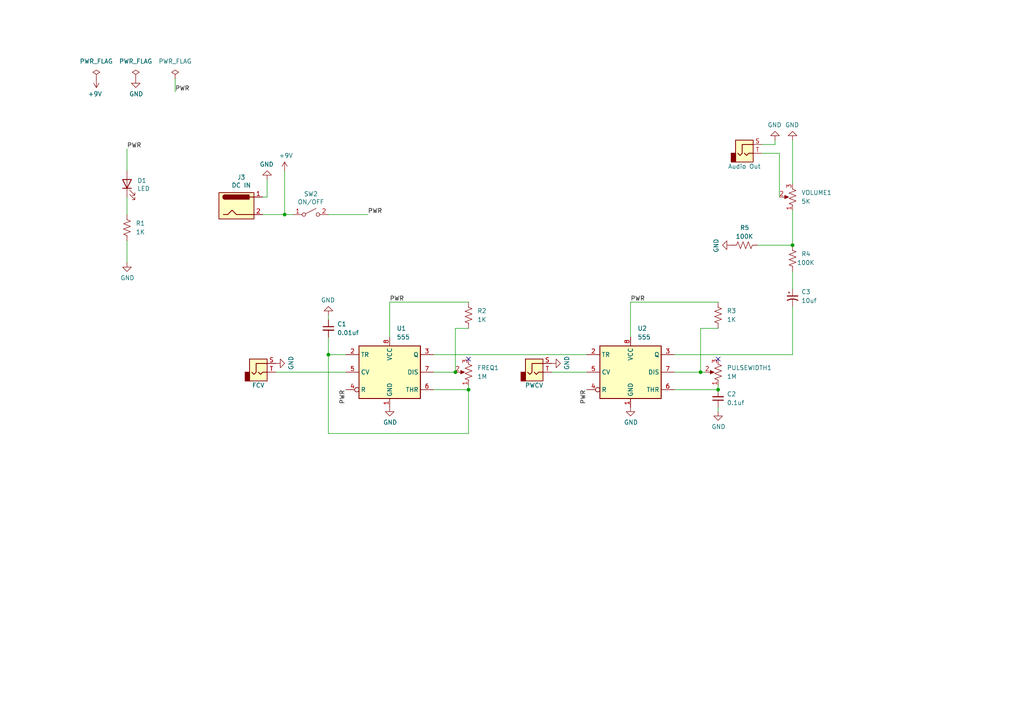
<source format=kicad_sch>
(kicad_sch (version 20211123) (generator eeschema)
  (paper "A4")
  (title_block (title "STP-1000"))
  (lib_symbols
    (symbol "Connector:AudioJack2"
      (property "Reference" "J" (at 0 8.89 0))
      (property "Value" "AudioJack2" (at 0 6.35 0))
      (symbol "AudioJack2_0_1"
        (rectangle (start -3.81 0) (end -2.54 -2.54) (stroke (width 0.254)) (fill (type outline)))
        (rectangle (start -2.54 3.81) (end 2.54 -2.54) (stroke (width 0.254)) (fill (type background)))
        (polyline (pts (xy 0 0) (xy 0.635 -0.635) (xy 1.27 0) (xy 2.54 0)) (stroke (width 0.254)))
        (polyline (pts (xy 2.54 2.54) (xy -0.635 2.54) (xy -0.635 0) (xy -1.27 -0.635) (xy -1.905 0)) (stroke (width 0.254)))
      )
      (symbol "AudioJack2_1_1"
        (pin passive line (at 5.08 2.54 180) (length 2.54) (name "~") (number "S"))
        (pin passive line (at 5.08 0 180) (length 2.54) (name "~") (number "T"))
      )
    )
    (symbol "Connector:Jack-DC" (pin_names (offset 1.016))
      (property "Reference" "J" (at 0 5.334 0))
      (property "Value" "Jack-DC" (at 0 -5.08 0))
      (symbol "Jack-DC_0_1"
        (rectangle (start -5.08 3.81) (end 5.08 -3.81) (stroke (width 0.254)) (fill (type background)))
        (arc (start -3.302 3.175) (mid -3.937 2.54) (end -3.302 1.905) (stroke (width 0.254)))
        (arc (start -3.302 3.175) (mid -3.937 2.54) (end -3.302 1.905) (stroke (width 0.254)) (fill (type outline)))
        (polyline (pts (xy 5.08 2.54) (xy 3.81 2.54)) (stroke (width 0.254)))
        (polyline (pts (xy -3.81 -2.54) (xy -2.54 -2.54) (xy -1.27 -1.27) (xy 0 -2.54) (xy 2.54 -2.54) (xy 5.08 -2.54)) (stroke (width 0.254)))
        (rectangle (start 3.683 3.175) (end -3.302 1.905) (stroke (width 0.254)) (fill (type outline)))
      )
      (symbol "Jack-DC_1_1"
        (pin passive line (at 7.62 2.54 180) (length 2.54) (name "~") (number "1"))
        (pin passive line (at 7.62 -2.54 180) (length 2.54) (name "~") (number "2"))
      )
    )
    (symbol "Device:C_Polarized_Small_US" (pin_numbers hide) (pin_names (offset 0.254) hide)
      (property "Reference" "C" (at 0.254 1.778 0))
      (property "Value" "C_Polarized_Small_US" (at 0.254 -2.032 0))
      (symbol "C_Polarized_Small_US_0_1"
        (polyline (pts (xy -1.524 0.508) (xy 1.524 0.508)) (stroke (width 0.3048)))
        (polyline (pts (xy -1.27 1.524) (xy -0.762 1.524)))
        (polyline (pts (xy -1.016 1.27) (xy -1.016 1.778)))
        (arc (start 1.524 -0.762) (mid 0 -0.3734) (end -1.524 -0.762) (stroke (width 0.3048)))
      )
      (symbol "C_Polarized_Small_US_1_1"
        (pin passive line (at 0 2.54 270) (length 2.032) (name "~") (number "1"))
        (pin passive line (at 0 -2.54 90) (length 2.032) (name "~") (number "2"))
      )
    )
    (symbol "Device:C_Small" (pin_numbers hide) (pin_names (offset 0.254) hide)
      (property "Reference" "C" (at 0.254 1.778 0))
      (property "Value" "C_Small" (at 0.254 -2.032 0))
      (symbol "C_Small_0_1"
        (polyline (pts (xy -1.524 -0.508) (xy 1.524 -0.508)) (stroke (width 0.3302)))
        (polyline (pts (xy -1.524 0.508) (xy 1.524 0.508)) (stroke (width 0.3048)))
      )
      (symbol "C_Small_1_1"
        (pin passive line (at 0 2.54 270) (length 2.032) (name "~") (number "1"))
        (pin passive line (at 0 -2.54 90) (length 2.032) (name "~") (number "2"))
      )
    )
    (symbol "Device:LED" (pin_numbers hide) (pin_names (offset 1.016) hide)
      (property "Reference" "D" (at 0 2.54 0))
      (property "Value" "LED" (at 0 -2.54 0))
      (symbol "LED_0_1"
        (polyline (pts (xy -1.27 -1.27) (xy -1.27 1.27)) (stroke (width 0.254)))
        (polyline (pts (xy -1.27 0) (xy 1.27 0)))
        (polyline (pts (xy 1.27 -1.27) (xy 1.27 1.27) (xy -1.27 0) (xy 1.27 -1.27)) (stroke (width 0.254)))
        (polyline (pts (xy -3.048 -0.762) (xy -4.572 -2.286) (xy -3.81 -2.286) (xy -4.572 -2.286) (xy -4.572 -1.524)))
        (polyline (pts (xy -1.778 -0.762) (xy -3.302 -2.286) (xy -2.54 -2.286) (xy -3.302 -2.286) (xy -3.302 -1.524)))
      )
      (symbol "LED_1_1"
        (pin passive line (at -3.81 0 0) (length 2.54) (name "K") (number "1"))
        (pin passive line (at 3.81 0 180) (length 2.54) (name "A") (number "2"))
      )
    )
    (symbol "Device:R_Potentiometer_US" (pin_names (offset 1.016) hide)
      (property "Reference" "RV" (at -4.445 0 90))
      (property "Value" "R_Potentiometer_US" (at -2.54 0 90))
      (symbol "R_Potentiometer_US_0_1"
        (polyline (pts (xy 0 -2.286) (xy 0 -2.54)))
        (polyline (pts (xy 0 2.54) (xy 0 2.286)))
        (polyline (pts (xy 2.54 0) (xy 1.524 0)))
        (polyline (pts (xy 1.143 0) (xy 2.286 0.508) (xy 2.286 -0.508) (xy 1.143 0)) (fill (type outline)))
        (polyline (pts (xy 0 -0.762) (xy 1.016 -1.143) (xy 0 -1.524) (xy -1.016 -1.905) (xy 0 -2.286)))
        (polyline (pts (xy 0 0.762) (xy 1.016 0.381) (xy 0 0) (xy -1.016 -0.381) (xy 0 -0.762)))
        (polyline (pts (xy 0 2.286) (xy 1.016 1.905) (xy 0 1.524) (xy -1.016 1.143) (xy 0 0.762)))
      )
      (symbol "R_Potentiometer_US_1_1"
        (pin passive line (at 0 3.81 270) (length 1.27) (name "1") (number "1"))
        (pin passive line (at 3.81 0 180) (length 1.27) (name "2") (number "2"))
        (pin passive line (at 0 -3.81 90) (length 1.27) (name "3") (number "3"))
      )
    )
    (symbol "Device:R_US" (pin_numbers hide) (pin_names (offset 0))
      (property "Reference" "R" (at 2.54 0 90))
      (property "Value" "R_US" (at -2.54 0 90))
      (symbol "R_US_0_1"
        (polyline (pts (xy 0 -2.286) (xy 0 -2.54)))
        (polyline (pts (xy 0 2.286) (xy 0 2.54)))
        (polyline (pts (xy 0 -0.762) (xy 1.016 -1.143) (xy 0 -1.524) (xy -1.016 -1.905) (xy 0 -2.286)))
        (polyline (pts (xy 0 0.762) (xy 1.016 0.381) (xy 0 0) (xy -1.016 -0.381) (xy 0 -0.762)))
        (polyline (pts (xy 0 2.286) (xy 1.016 1.905) (xy 0 1.524) (xy -1.016 1.143) (xy 0 0.762)))
      )
      (symbol "R_US_1_1"
        (pin passive line (at 0 3.81 270) (length 1.27) (name "~") (number "1"))
        (pin passive line (at 0 -3.81 90) (length 1.27) (name "~") (number "2"))
      )
    )
    (symbol "Switch:SW_SPST" (pin_names (offset 0) hide)
      (property "Reference" "SW" (at 0 3.175 0))
      (property "Value" "SW_SPST" (at 0 -2.54 0))
      (symbol "SW_SPST_0_0"
        (circle (center -2.032 0) (radius 0.508))
        (polyline (pts (xy -1.524 0.254) (xy 1.524 1.778)))
        (circle (center 2.032 0) (radius 0.508))
      )
      (symbol "SW_SPST_1_1"
        (pin passive line (at -5.08 0 0) (length 2.54) (name "A") (number "1"))
        (pin passive line (at 5.08 0 180) (length 2.54) (name "B") (number "2"))
      )
    )
    (symbol "Timer:LM555xM"
      (property "Reference" "U" (at -10.16 8.89 0))
      (property "Value" "LM555xM" (at 2.54 8.89 0))
      (symbol "LM555xM_0_0"
        (pin power_in line (at 0 -10.16 90) (length 2.54) (name "GND") (number "1"))
        (pin power_in line (at 0 10.16 270) (length 2.54) (name "VCC") (number "8"))
      )
      (symbol "LM555xM_0_1"
        (rectangle (start -8.89 -7.62) (end 8.89 7.62) (stroke (width 0.254)) (fill (type background)))
        (rectangle (start -8.89 -7.62) (end 8.89 7.62) (stroke (width 0.254)) (fill (type background)))
      )
      (symbol "LM555xM_1_1"
        (pin input line (at -12.7 5.08 0) (length 3.81) (name "TR") (number "2"))
        (pin output line (at 12.7 5.08 180) (length 3.81) (name "Q") (number "3"))
        (pin input inverted (at -12.7 -5.08 0) (length 3.81) (name "R") (number "4"))
        (pin input line (at -12.7 0 0) (length 3.81) (name "CV") (number "5"))
        (pin input line (at 12.7 -5.08 180) (length 3.81) (name "THR") (number "6"))
        (pin input line (at 12.7 0 180) (length 3.81) (name "DIS") (number "7"))
      )
    )
    (symbol "power:+9V" (power) (pin_names (offset 0))
      (property "Value" "+9V" (at 0 3.556 0))
      (symbol "+9V_0_1"
        (polyline (pts (xy -0.762 1.27) (xy 0 2.54)))
        (polyline (pts (xy 0 0) (xy 0 2.54)))
        (polyline (pts (xy 0 2.54) (xy 0.762 1.27)))
      )
      (symbol "+9V_1_1"
        (pin power_in line (at 0 0 90) (length 0) hide (name "+9V") (number "1"))
      )
    )
    (symbol "power:GND" (power) (pin_names (offset 0))
      (property "Value" "GND" (at 0 -3.81 0))
      (symbol "GND_0_1"
        (polyline (pts (xy 0 0) (xy 0 -1.27) (xy 1.27 -1.27) (xy 0 -2.54) (xy -1.27 -1.27) (xy 0 -1.27)))
      )
      (symbol "GND_1_1"
        (pin power_in line (at 0 0 270) (length 0) hide (name "GND") (number "1"))
      )
    )
    (symbol "power:PWR_FLAG" (power) (pin_numbers hide) (pin_names (offset 0) hide)
      (property "Value" "PWR_FLAG" (at 0 3.81 0))
      (symbol "PWR_FLAG_0_0"
        (pin power_out line (at 0 0 90) (length 0) (name "pwr") (number "1"))
      )
      (symbol "PWR_FLAG_0_1"
        (polyline (pts (xy 0 0) (xy 0 1.27) (xy -1.016 1.905) (xy 0 2.54) (xy 1.016 1.905) (xy 0 1.27)))
      )
    )
  )
  (junction (at 208.28 113.03))
  (junction (at 229.87 71.12))
  (junction (at 82.55 62.23))
  (junction (at 203.2 107.95))
  (junction (at 132.08 107.95))
  (junction (at 135.89 113.03))
  (junction (at 95.25 102.87))
  (no_connect (at 135.89 104.14))
  (no_connect (at 208.28 104.14))
  (wire (pts (xy 95.25 97.79) (xy 95.25 102.87)))
  (wire (pts (xy 76.2 57.15) (xy 77.47 57.15)))
  (wire (pts (xy 95.25 102.87) (xy 95.25 125.73)))
  (wire (pts (xy 220.98 41.91) (xy 224.79 41.91)))
  (wire (pts (xy 82.55 62.23) (xy 85.09 62.23)))
  (wire (pts (xy 125.73 102.87) (xy 170.18 102.87)))
  (wire (pts (xy 229.87 78.74) (xy 229.87 83.82)))
  (wire (pts (xy 203.2 107.95) (xy 204.47 107.95)))
  (wire (pts (xy 95.25 91.44) (xy 95.25 92.71)))
  (wire (pts (xy 36.83 57.15) (xy 36.83 62.23)))
  (wire (pts (xy 229.87 60.96) (xy 229.87 71.12)))
  (wire (pts (xy 195.58 102.87) (xy 229.87 102.87)))
  (wire (pts (xy 95.25 125.73) (xy 135.89 125.73)))
  (wire (pts (xy 208.28 87.63) (xy 182.88 87.63)))
  (wire (pts (xy 208.28 119.38) (xy 208.28 118.11)))
  (wire (pts (xy 224.79 41.91) (xy 224.79 40.64)))
  (wire (pts (xy 132.08 95.25) (xy 135.89 95.25)))
  (wire (pts (xy 208.28 113.03) (xy 208.28 111.76)))
  (wire (pts (xy 208.28 95.25) (xy 203.2 95.25)))
  (wire (pts (xy 229.87 102.87) (xy 229.87 88.9)))
  (wire (pts (xy 182.88 87.63) (xy 182.88 97.79)))
  (wire (pts (xy 135.89 87.63) (xy 113.03 87.63)))
  (wire (pts (xy 125.73 113.03) (xy 135.89 113.03)))
  (wire (pts (xy 220.98 44.45) (xy 226.06 44.45)))
  (wire (pts (xy 203.2 95.25) (xy 203.2 107.95)))
  (wire (pts (xy 226.06 44.45) (xy 226.06 57.15)))
  (wire (pts (xy 50.8 22.86) (xy 50.8 26.67)))
  (wire (pts (xy 36.83 43.18) (xy 36.83 49.53)))
  (wire (pts (xy 219.71 71.12) (xy 229.87 71.12)))
  (wire (pts (xy 77.47 57.15) (xy 77.47 52.07)))
  (wire (pts (xy 82.55 49.53) (xy 82.55 62.23)))
  (wire (pts (xy 132.08 95.25) (xy 132.08 107.95)))
  (wire (pts (xy 80.01 107.95) (xy 100.33 107.95)))
  (wire (pts (xy 135.89 113.03) (xy 135.89 111.76)))
  (wire (pts (xy 36.83 69.85) (xy 36.83 76.2)))
  (wire (pts (xy 113.03 87.63) (xy 113.03 97.79)))
  (wire (pts (xy 95.25 62.23) (xy 106.68 62.23)))
  (wire (pts (xy 125.73 107.95) (xy 132.08 107.95)))
  (wire (pts (xy 195.58 113.03) (xy 208.28 113.03)))
  (wire (pts (xy 229.87 40.64) (xy 229.87 53.34)))
  (wire (pts (xy 76.2 62.23) (xy 82.55 62.23)))
  (wire (pts (xy 95.25 102.87) (xy 100.33 102.87)))
  (wire (pts (xy 160.02 107.95) (xy 170.18 107.95)))
  (wire (pts (xy 135.89 125.73) (xy 135.89 113.03)))
  (wire (pts (xy 195.58 107.95) (xy 203.2 107.95)))
  (label "PWR" (at 100.33 113.03 270))
  (label "PWR" (at 170.18 113.03 270))
  (label "PWR" (at 182.88 87.63 0))
  (label "PWR" (at 106.68 62.23 0))
  (label "PWR" (at 50.8 26.67 0))
  (label "PWR" (at 36.83 43.18 0))
  (label "PWR" (at 113.03 87.63 0))
  (symbol (lib_id "Device:R_US") (at 36.83 66.04 180) (unit 1)
    (property "Reference" "R1" (at 39.37 64.77 0) (effects (justify right)))
    (property "Value" "1K" (at 39.37 67.31 0) (effects (justify right)))
    (property "Footprint" "Resistor_THT:R_Axial_DIN0207_L6.3mm_D2.5mm_P10.16mm_Horizontal" (effects hide))
  )
  (symbol (lib_id "power:GND") (at 95.25 91.44 180) (unit 1)
    (property "Reference" "#PWR03" (effects hide))
    (property "Value" "GND" (at 95.123 87.0458 0))
  )
  (symbol (lib_id "Device:R_US") (at 208.28 91.44 180) (unit 1)
    (property "Reference" "R3" (at 210.82 90.1699 0) (effects (justify right)))
    (property "Value" "1K" (at 210.82 92.7099 0) (effects (justify right)))
    (property "Footprint" "Resistor_THT:R_Axial_DIN0207_L6.3mm_D2.5mm_P10.16mm_Horizontal" (effects hide))
  )
  (symbol (lib_id "power:GND") (at 80.01 105.41 90) (unit 1)
    (property "Reference" "#PWR02" (effects hide))
    (property "Value" "GND" (at 84.4042 105.283 0))
  )
  (symbol (lib_id "power:PWR_FLAG") (at 39.37 22.86 0) (unit 1)
    (property "Reference" "#FLG0102" (effects hide))
    (property "Value" "PWR_FLAG" (at 39.37 17.78 0))
  )
  (symbol (lib_id "Device:C_Polarized_Small_US") (at 229.87 86.36 0) (unit 1)
    (property "Reference" "C3" (at 232.41 84.6581 0) (effects (justify left)))
    (property "Value" "10uf" (at 232.41 87.1981 0) (effects (justify left)))
    (property "Footprint" "Capacitor_THT:CP_Radial_D5.0mm_P2.50mm" (effects hide))
  )
  (symbol (lib_id "Device:R_US") (at 135.89 91.44 180) (unit 1)
    (property "Reference" "R2" (at 138.43 90.1699 0) (effects (justify right)))
    (property "Value" "1K" (at 138.43 92.7099 0) (effects (justify right)))
    (property "Footprint" "Resistor_THT:R_Axial_DIN0207_L6.3mm_D2.5mm_P10.16mm_Horizontal" (effects hide))
  )
  (symbol (lib_id "power:PWR_FLAG") (at 27.94 22.86 0) (unit 1)
    (property "Reference" "#FLG0101" (effects hide))
    (property "Value" "PWR_FLAG" (at 27.94 17.78 0))
  )
  (symbol (lib_id "power:GND") (at 229.87 40.64 180) (unit 1)
    (property "Reference" "#PWR09" (effects hide))
    (property "Value" "GND" (at 229.743 36.2458 0))
  )
  (symbol (lib_id "Device:LED") (at 36.83 53.34 90) (unit 1)
    (property "Reference" "D1" (at 39.8018 52.3748 90) (effects (justify right)))
    (property "Value" "LED" (at 39.8018 54.6862 90) (effects (justify right)))
    (property "Footprint" "LED_THT:LED_D3.0mm" (effects hide))
  )
  (symbol (lib_id "Connector:Jack-DC") (at 68.58 59.69 0) (unit 1)
    (property "Reference" "J3" (at 69.977 51.435 0))
    (property "Value" "DC IN" (at 69.977 53.7464 0))
    (property "Footprint" "Connector_Wire:SolderWire-0.5sqmm_1x02_P4.6mm_D0.9mm_OD2.1mm" (effects hide))
  )
  (symbol (lib_id "Timer:LM555xM") (at 182.88 107.95 0) (unit 1)
    (property "Reference" "U2" (at 184.8994 95.25 0) (effects (justify left)))
    (property "Value" "555" (at 184.8994 97.79 0) (effects (justify left)))
    (property "Footprint" "Package_DIP:DIP-8_W7.62mm" (effects hide))
    (property "Datasheet" "http://www.ti.com/lit/ds/symlink/lm555.pdf" (effects hide))
  )
  (symbol (lib_id "Device:R_Potentiometer_US") (at 208.28 107.95 180) (unit 1)
    (property "Reference" "PULSEWIDTH1" (at 210.82 106.6799 0) (effects (justify right)))
    (property "Value" "1M" (at 210.82 109.2199 0) (effects (justify right)))
    (property "Footprint" "Connector_Wire:SolderWire-0.5sqmm_1x03_P4.6mm_D0.9mm_OD2.1mm" (effects hide))
  )
  (symbol (lib_id "Device:C_Small") (at 95.25 95.25 0) (unit 1)
    (property "Reference" "C1" (at 97.79 93.9862 0) (effects (justify left)))
    (property "Value" "0.01uf" (at 97.79 96.5262 0) (effects (justify left)))
    (property "Footprint" "Capacitor_THT:C_Disc_D4.3mm_W1.9mm_P5.00mm" (effects hide))
  )
  (symbol (lib_id "power:GND") (at 77.47 52.07 180) (unit 1)
    (property "Reference" "#PWR0101" (effects hide))
    (property "Value" "GND" (at 77.343 47.6758 0))
  )
  (symbol (lib_id "Timer:LM555xM") (at 113.03 107.95 0) (unit 1)
    (property "Reference" "U1" (at 115.0494 95.25 0) (effects (justify left)))
    (property "Value" "555" (at 115.0494 97.79 0) (effects (justify left)))
    (property "Footprint" "Package_DIP:DIP-8_W7.62mm" (effects hide))
    (property "Datasheet" "http://www.ti.com/lit/ds/symlink/lm555.pdf" (effects hide))
  )
  (symbol (lib_id "power:PWR_FLAG") (at 50.8 22.86 0) (unit 1)
    (property "Reference" "#FLG0103" (effects hide))
    (property "Value" "PWR_FLAG" (at 50.8 17.78 0))
  )
  (symbol (lib_id "Device:R_Potentiometer_US") (at 229.87 57.15 180) (unit 1)
    (property "Reference" "VOLUME1" (at 232.41 55.8799 0) (effects (justify right)))
    (property "Value" "5K" (at 232.41 58.4199 0) (effects (justify right)))
    (property "Footprint" "Connector_Wire:SolderWire-0.5sqmm_1x03_P4.6mm_D0.9mm_OD2.1mm" (effects hide))
  )
  (symbol (lib_id "Connector:AudioJack2") (at 215.9 44.45 0) (unit 1)
    (property "Reference" "J4" (effects hide))
    (property "Value" "Audio Out" (at 215.9 48.26 0))
    (property "Footprint" "Connector_Wire:SolderWire-0.5sqmm_1x02_P4.6mm_D0.9mm_OD2.1mm" (effects hide))
  )
  (symbol (lib_id "Connector:AudioJack2") (at 154.94 107.95 0) (unit 1)
    (property "Reference" "J2" (effects hide))
    (property "Value" "PWCV" (at 154.94 111.76 0))
    (property "Footprint" "Connector_Wire:SolderWire-0.5sqmm_1x02_P4.6mm_D0.9mm_OD2.1mm" (effects hide))
  )
  (symbol (lib_id "power:GND") (at 36.83 76.2 0) (unit 1)
    (property "Reference" "#PWR01" (effects hide))
    (property "Value" "GND" (at 36.957 80.5942 0))
  )
  (symbol (lib_id "power:+9V") (at 82.55 49.53 0) (unit 1)
    (property "Reference" "#PWR0102" (effects hide))
    (property "Value" "+9V" (at 82.931 45.1358 0))
  )
  (symbol (lib_id "power:GND") (at 208.28 119.38 0) (unit 1)
    (property "Reference" "#PWR0103" (effects hide))
    (property "Value" "GND" (at 208.407 123.7742 0))
  )
  (symbol (lib_id "power:GND") (at 182.88 118.11 0) (unit 1)
    (property "Reference" "#PWR06" (effects hide))
    (property "Value" "GND" (at 183.007 122.5042 0))
  )
  (symbol (lib_id "power:GND") (at 39.37 22.86 0) (unit 1)
    (property "Reference" "#PWR_FLAG0102" (effects hide))
    (property "Value" "GND" (at 39.497 27.2542 0))
  )
  (symbol (lib_id "power:GND") (at 113.03 118.11 0) (unit 1)
    (property "Reference" "#PWR04" (effects hide))
    (property "Value" "GND" (at 113.157 122.5042 0))
  )
  (symbol (lib_id "power:GND") (at 212.09 71.12 270) (unit 1)
    (property "Reference" "#PWR07" (effects hide))
    (property "Value" "GND" (at 207.6958 71.247 0))
  )
  (symbol (lib_id "Device:R_US") (at 229.87 74.93 180) (unit 1)
    (property "Reference" "R4" (at 232.41 73.66 0) (effects (justify right)))
    (property "Value" "100K" (at 231.14 76.2 0) (effects (justify right)))
    (property "Footprint" "Resistor_THT:R_Axial_DIN0207_L6.3mm_D2.5mm_P10.16mm_Horizontal" (effects hide))
  )
  (symbol (lib_id "power:GND") (at 160.02 105.41 90) (unit 1)
    (property "Reference" "#PWR05" (effects hide))
    (property "Value" "GND" (at 164.4142 105.283 0))
  )
  (symbol (lib_id "Connector:AudioJack2") (at 74.93 107.95 0) (unit 1)
    (property "Reference" "J1" (effects hide))
    (property "Value" "FCV" (at 74.93 111.76 0))
    (property "Footprint" "Connector_Wire:SolderWire-0.5sqmm_1x02_P4.6mm_D0.9mm_OD2.1mm" (effects hide))
  )
  (symbol (lib_id "Device:R_Potentiometer_US") (at 135.89 107.95 180) (unit 1)
    (property "Reference" "FREQ1" (at 138.43 106.6799 0) (effects (justify right)))
    (property "Value" "1M" (at 138.43 109.2199 0) (effects (justify right)))
    (property "Footprint" "Connector_Wire:SolderWire-0.5sqmm_1x03_P4.6mm_D0.9mm_OD2.1mm" (effects hide))
  )
  (symbol (lib_id "power:GND") (at 224.79 40.64 180) (unit 1)
    (property "Reference" "#PWR08" (effects hide))
    (property "Value" "GND" (at 224.663 36.2458 0))
  )
  (symbol (lib_id "power:+9V") (at 27.94 22.86 180) (unit 1)
    (property "Reference" "#PWR0109" (effects hide))
    (property "Value" "+9V" (at 27.559 27.2542 0))
  )
  (symbol (lib_id "Switch:SW_SPST") (at 90.17 62.23 0) (unit 1)
    (property "Reference" "SW2" (at 90.17 56.261 0))
    (property "Value" "ON/OFF" (at 90.17 58.5724 0))
    (property "Footprint" "Connector_Wire:SolderWire-0.5sqmm_1x02_P4.6mm_D0.9mm_OD2.1mm" (effects hide))
  )
  (symbol (lib_id "Device:C_Small") (at 208.28 115.57 180) (unit 1)
    (property "Reference" "C2" (at 210.82 114.2935 0) (effects (justify right)))
    (property "Value" "0.1uf" (at 210.82 116.8335 0) (effects (justify right)))
    (property "Footprint" "Capacitor_THT:C_Disc_D4.3mm_W1.9mm_P5.00mm" (effects hide))
  )
  (symbol (lib_id "Device:R_US") (at 215.9 71.12 90) (unit 1)
    (property "Reference" "R5" (at 214.63 66.04 90) (effects (justify right)))
    (property "Value" "100K" (at 213.36 68.58 90) (effects (justify right)))
    (property "Footprint" "Resistor_THT:R_Axial_DIN0207_L6.3mm_D2.5mm_P10.16mm_Horizontal" (effects hide))
  )
)
</source>
